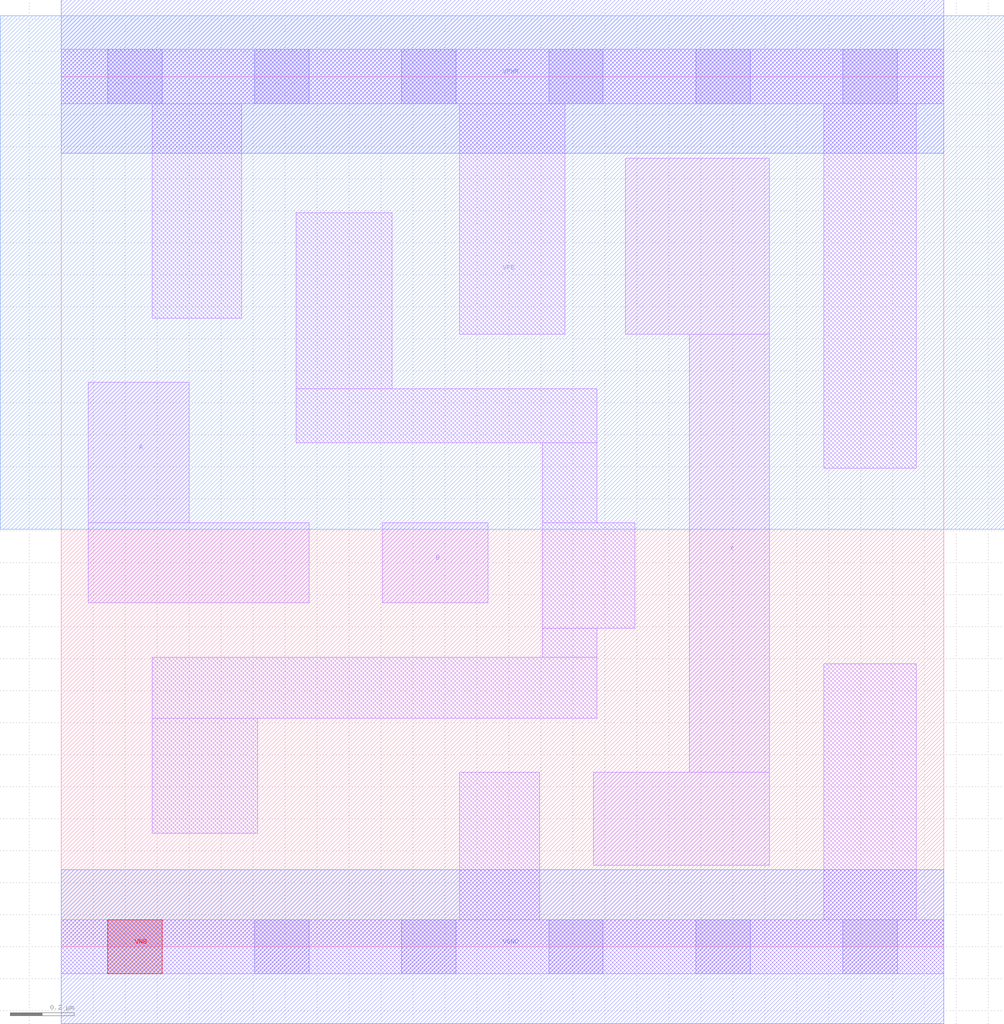
<source format=lef>
# Copyright 2020 The SkyWater PDK Authors
#
# Licensed under the Apache License, Version 2.0 (the "License");
# you may not use this file except in compliance with the License.
# You may obtain a copy of the License at
#
#     https://www.apache.org/licenses/LICENSE-2.0
#
# Unless required by applicable law or agreed to in writing, software
# distributed under the License is distributed on an "AS IS" BASIS,
# WITHOUT WARRANTIES OR CONDITIONS OF ANY KIND, either express or implied.
# See the License for the specific language governing permissions and
# limitations under the License.
#
# SPDX-License-Identifier: Apache-2.0

VERSION 5.7 ;
  NOWIREEXTENSIONATPIN ON ;
  DIVIDERCHAR "/" ;
  BUSBITCHARS "[]" ;
MACRO sky130_fd_sc_hd__and2_2
  CLASS CORE ;
  FOREIGN sky130_fd_sc_hd__and2_2 ;
  ORIGIN  0.000000  0.000000 ;
  SIZE  2.760000 BY  2.720000 ;
  SYMMETRY X Y R90 ;
  SITE unithd ;
  PIN A
    ANTENNAGATEAREA  0.126000 ;
    DIRECTION INPUT ;
    USE SIGNAL ;
    PORT
      LAYER li1 ;
        RECT 0.085000 1.075000 0.775000 1.325000 ;
        RECT 0.085000 1.325000 0.400000 1.765000 ;
    END
  END A
  PIN B
    ANTENNAGATEAREA  0.126000 ;
    DIRECTION INPUT ;
    USE SIGNAL ;
    PORT
      LAYER li1 ;
        RECT 1.005000 1.075000 1.335000 1.325000 ;
    END
  END B
  PIN VNB
    PORT
      LAYER pwell ;
        RECT 0.145000 -0.085000 0.315000 0.085000 ;
    END
  END VNB
  PIN VPB
    PORT
      LAYER nwell ;
        RECT -0.190000 1.305000 2.950000 2.910000 ;
    END
  END VPB
  PIN X
    ANTENNADIFFAREA  0.643500 ;
    DIRECTION OUTPUT ;
    USE SIGNAL ;
    PORT
      LAYER li1 ;
        RECT 1.665000 0.255000 2.215000 0.545000 ;
        RECT 1.765000 1.915000 2.215000 2.465000 ;
        RECT 1.965000 0.545000 2.215000 1.915000 ;
    END
  END X
  PIN VGND
    DIRECTION INOUT ;
    SHAPE ABUTMENT ;
    USE GROUND ;
    PORT
      LAYER met1 ;
        RECT 0.000000 -0.240000 2.760000 0.240000 ;
    END
  END VGND
  PIN VPWR
    DIRECTION INOUT ;
    SHAPE ABUTMENT ;
    USE POWER ;
    PORT
      LAYER met1 ;
        RECT 0.000000 2.480000 2.760000 2.960000 ;
    END
  END VPWR
  OBS
    LAYER li1 ;
      RECT 0.000000 -0.085000 2.760000 0.085000 ;
      RECT 0.000000  2.635000 2.760000 2.805000 ;
      RECT 0.285000  0.355000 0.615000 0.715000 ;
      RECT 0.285000  0.715000 1.675000 0.905000 ;
      RECT 0.285000  1.965000 0.565000 2.635000 ;
      RECT 0.735000  1.575000 1.675000 1.745000 ;
      RECT 0.735000  1.745000 1.035000 2.295000 ;
      RECT 1.245000  0.085000 1.495000 0.545000 ;
      RECT 1.245000  1.915000 1.575000 2.635000 ;
      RECT 1.505000  0.905000 1.675000 0.995000 ;
      RECT 1.505000  0.995000 1.795000 1.325000 ;
      RECT 1.505000  1.325000 1.675000 1.575000 ;
      RECT 2.385000  0.085000 2.675000 0.885000 ;
      RECT 2.385000  1.495000 2.675000 2.635000 ;
    LAYER mcon ;
      RECT 0.145000 -0.085000 0.315000 0.085000 ;
      RECT 0.145000  2.635000 0.315000 2.805000 ;
      RECT 0.605000 -0.085000 0.775000 0.085000 ;
      RECT 0.605000  2.635000 0.775000 2.805000 ;
      RECT 1.065000 -0.085000 1.235000 0.085000 ;
      RECT 1.065000  2.635000 1.235000 2.805000 ;
      RECT 1.525000 -0.085000 1.695000 0.085000 ;
      RECT 1.525000  2.635000 1.695000 2.805000 ;
      RECT 1.985000 -0.085000 2.155000 0.085000 ;
      RECT 1.985000  2.635000 2.155000 2.805000 ;
      RECT 2.445000 -0.085000 2.615000 0.085000 ;
      RECT 2.445000  2.635000 2.615000 2.805000 ;
  END
END sky130_fd_sc_hd__and2_2
END LIBRARY

</source>
